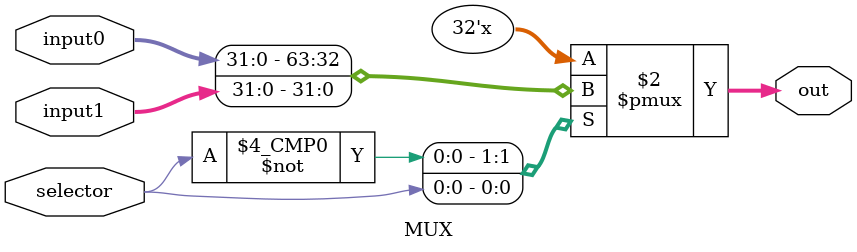
<source format=v>
module MUX
#(parameter width=32)
(
input [width-1:0]input0,
input [width-1:0]input1,
input selector,
output reg [width-1:0]out
);

always@(input0,input1,selector)
begin

case(selector)
1'b0:out=input0;
1'b1:out=input1;
default:out='b0;
endcase

end
endmodule
</source>
